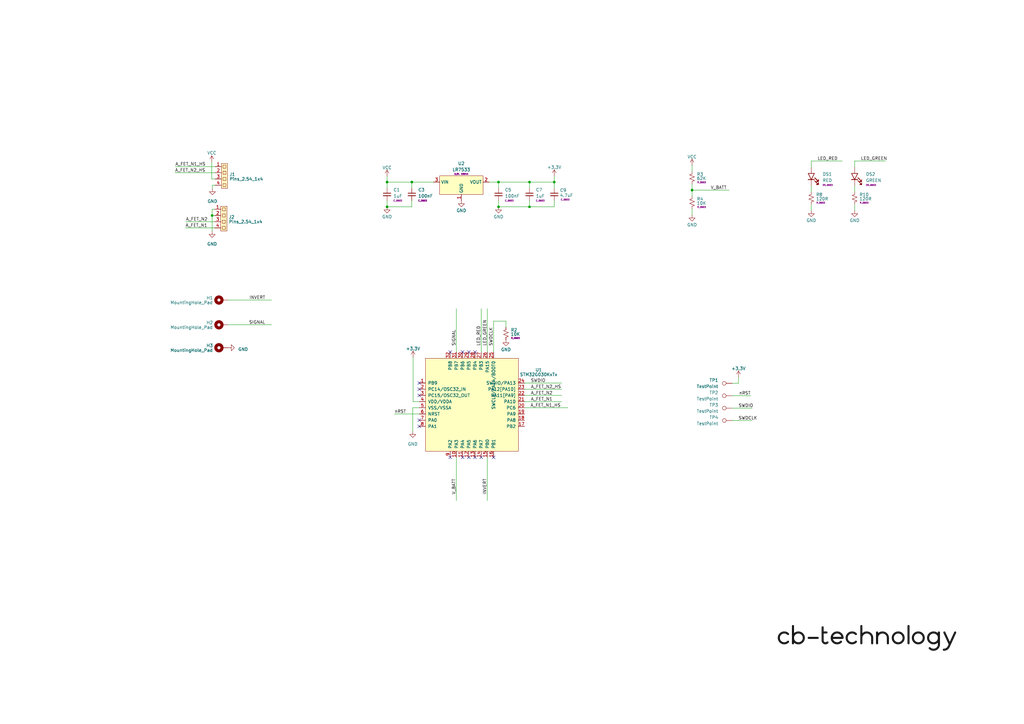
<source format=kicad_sch>
(kicad_sch (version 20230121) (generator eeschema)
  (paper "A3")
  (title_block (title "THE BRAWN - 20A LOGIC") (date "2023-05-29") (rev "v2.0") (company "CB-TECHNOLOGY"))
  (lib_symbols
    (symbol ".C_Capacitor:C_0603" (pin_numbers hide) (pin_names (offset 1.016))
      (property "Reference" "C" (at 3.175 1.905 0))
      (property "Value" "C_0603" (at 5.715 0 0))
      (property "Size" "C_0603" (at 4.445 -1.905 0))
      (symbol "C_0603_1_1"
        (polyline (pts (xy -1.524 -0.508) (xy 1.524 -0.508)) (stroke (width 0.3302)))
        (polyline (pts (xy -1.524 0.508) (xy 1.524 0.508)) (stroke (width 0.3048)))
        (pin passive line (at 0 2.54 270) (length 2.032) (name "~") (number "1"))
        (pin passive line (at 0 -2.54 90) (length 2.032) (name "~") (number "2"))
      )
    )
    (symbol ".DS_LED:DS_0603" (pin_numbers hide) (pin_names (offset 1.016) hide)
      (property "Reference" "DS" (at 0 2.54 0))
      (property "Value" "DS_0603" (at 0 -5.08 0))
      (property "Size" "DS_0603" (at 0 -3.81 0))
      (symbol "DS_0603_1_1"
        (polyline (pts (xy -1.27 -1.27) (xy -1.27 1.27)) (stroke (width 0.254)))
        (polyline (pts (xy -1.27 -1.27) (xy -1.27 1.27)) (stroke (width 0.254)))
        (polyline (pts (xy 1.27 -1.27) (xy 1.27 1.27) (xy -1.27 0) (xy 1.27 -1.27)) (stroke (width 0.254)))
        (polyline (pts (xy -1.778 -1.397) (xy -3.302 -2.921) (xy -2.54 -2.921) (xy -3.302 -2.921) (xy -3.302 -2.159)))
        (polyline (pts (xy -1.778 -1.397) (xy -3.302 -2.921) (xy -2.54 -2.921) (xy -3.302 -2.921) (xy -3.302 -2.159)))
        (polyline (pts (xy -1.778 -1.397) (xy -3.302 -2.921) (xy -2.54 -2.921) (xy -3.302 -2.921) (xy -3.302 -2.159)))
        (polyline (pts (xy -1.778 -1.397) (xy -3.302 -2.921) (xy -2.54 -2.921) (xy -3.302 -2.921) (xy -3.302 -2.159)))
        (polyline (pts (xy -1.778 -1.397) (xy -3.302 -2.921) (xy -2.54 -2.921) (xy -3.302 -2.921) (xy -3.302 -2.159)))
        (polyline (pts (xy -1.778 -1.397) (xy -3.302 -2.921) (xy -2.54 -2.921) (xy -3.302 -2.921) (xy -3.302 -2.159)))
        (polyline (pts (xy -1.778 -1.397) (xy -3.302 -2.921) (xy -2.54 -2.921) (xy -3.302 -2.921) (xy -3.302 -2.159)))
        (polyline (pts (xy -1.778 -1.397) (xy -3.302 -2.921) (xy -2.54 -2.921) (xy -3.302 -2.921) (xy -3.302 -2.159)))
        (polyline (pts (xy -0.508 -1.397) (xy -2.032 -2.921) (xy -1.27 -2.921) (xy -2.032 -2.921) (xy -2.032 -2.159)))
        (polyline (pts (xy -0.508 -1.397) (xy -2.032 -2.921) (xy -1.27 -2.921) (xy -2.032 -2.921) (xy -2.032 -2.159)))
        (polyline (pts (xy -0.508 -1.397) (xy -2.032 -2.921) (xy -1.27 -2.921) (xy -2.032 -2.921) (xy -2.032 -2.159)))
        (polyline (pts (xy -0.508 -1.397) (xy -2.032 -2.921) (xy -1.27 -2.921) (xy -2.032 -2.921) (xy -2.032 -2.159)))
        (polyline (pts (xy -0.508 -1.397) (xy -2.032 -2.921) (xy -1.27 -2.921) (xy -2.032 -2.921) (xy -2.032 -2.159)))
        (polyline (pts (xy -0.508 -1.397) (xy -2.032 -2.921) (xy -1.27 -2.921) (xy -2.032 -2.921) (xy -2.032 -2.159)))
        (polyline (pts (xy -0.508 -1.397) (xy -2.032 -2.921) (xy -1.27 -2.921) (xy -2.032 -2.921) (xy -2.032 -2.159)))
        (polyline (pts (xy -0.508 -1.397) (xy -2.032 -2.921) (xy -1.27 -2.921) (xy -2.032 -2.921) (xy -2.032 -2.159)))
        (pin passive line (at -3.81 0 0) (length 2.54) (name "K") (number "1"))
        (pin passive line (at 3.81 0 180) (length 2.54) (name "A") (number "2"))
      )
    )
    (symbol ".J_Connector:Pins_2.54_1x4" (pin_names hide)
      (property "Reference" "J" (at -1.27 11.43 0))
      (property "Value" "Pins_2.54_1x4" (at 0 -1.27 0))
      (symbol "Pins_2.54_1x4_0_1"
        (rectangle (start -1.27 10.16) (end 1.27 0) (stroke (width 0.1524)) (fill (type background)))
        (rectangle (start -0.635 1.905) (end 0.635 0.635) (stroke (width 0.1524)))
        (rectangle (start -0.635 4.445) (end 0.635 3.175) (stroke (width 0.1524)))
        (rectangle (start -0.635 6.985) (end 0.635 5.715) (stroke (width 0.1524)))
        (rectangle (start -0.635 9.525) (end 0.635 8.255) (stroke (width 0.1524)))
      )
      (symbol "Pins_2.54_1x4_1_1"
        (pin passive line (at -3.81 8.89 0) (length 2.54) (name "1") (number "1"))
        (pin passive line (at -3.81 6.35 0) (length 2.54) (name "2") (number "2"))
        (pin passive line (at -3.81 3.81 0) (length 2.54) (name "3") (number "3"))
        (pin passive line (at -3.81 1.27 0) (length 2.54) (name "4") (number "4"))
      )
    )
    (symbol ".R_Resistor:R_0603" (pin_numbers hide) (pin_names (offset 1.016))
      (property "Reference" "R" (at 2.54 1.905 0))
      (property "Value" "R_0603" (at 5.08 0 0))
      (property "Size" "R_0603" (at 3.81 -1.905 0))
      (symbol "R_0603_1_1"
        (polyline (pts (xy 0 0) (xy 1.016 -0.381) (xy 0 -0.762) (xy -1.016 -1.143) (xy 0 -1.524)))
        (polyline (pts (xy 0 1.524) (xy 1.016 1.143) (xy 0 0.762) (xy -1.016 0.381) (xy 0 0)))
        (pin passive line (at 0 2.54 270) (length 1.016) (name "~") (number "1"))
        (pin passive line (at 0 -2.54 90) (length 1.016) (name "~") (number "2"))
      )
    )
    (symbol ".U_MCU:STM32G030KxTx" (pin_names (offset 1.016))
      (property "Reference" "U" (at 1.27 39.37 0))
      (property "Value" "STM32G030KxTx" (at 18.395 19.05 0))
      (symbol "STM32G030KxTx_0_1"
        (rectangle (start 0 38.1) (end 38.1 0) (fill (type background)))
      )
      (symbol "STM32G030KxTx_1_1"
        (pin bidirectional line (at -2.54 27.94 0) (length 2.54) (name "PB9") (number "1"))
        (pin bidirectional line (at 12.7 -2.54 90) (length 2.54) (name "PA3") (number "10"))
        (pin bidirectional line (at 15.24 -2.54 90) (length 2.54) (name "PA4") (number "11"))
        (pin bidirectional line (at 17.78 -2.54 90) (length 2.54) (name "PA5") (number "12"))
        (pin bidirectional line (at 20.32 -2.54 90) (length 2.54) (name "PA6") (number "13"))
        (pin bidirectional line (at 22.86 -2.54 90) (length 2.54) (name "PA7") (number "14"))
        (pin bidirectional line (at 25.4 -2.54 90) (length 2.54) (name "PB0") (number "15"))
        (pin bidirectional line (at 27.94 -2.54 90) (length 2.54) (name "PB1") (number "16"))
        (pin bidirectional line (at 40.64 10.16 180) (length 2.54) (name "PB2") (number "17"))
        (pin bidirectional line (at 40.64 12.7 180) (length 2.54) (name "PA8") (number "18"))
        (pin bidirectional line (at 40.64 15.24 180) (length 2.54) (name "PA9") (number "19"))
        (pin bidirectional line (at -2.54 25.4 0) (length 2.54) (name "PC14/OSC32_IN") (number "2"))
        (pin bidirectional line (at 40.64 17.78 180) (length 2.54) (name "PC6") (number "20"))
        (pin bidirectional line (at 40.64 20.32 180) (length 2.54) (name "PA10") (number "21"))
        (pin bidirectional line (at 40.64 22.86 180) (length 2.54) (name "PA11[PA9]") (number "22"))
        (pin bidirectional line (at 40.64 25.4 180) (length 2.54) (name "PA12[PA10]") (number "23"))
        (pin bidirectional line (at 40.64 27.94 180) (length 2.54) (name "SWDIO/PA13") (number "24"))
        (pin bidirectional line (at 27.94 40.64 270) (length 2.54) (name "SWCLK/PA14/BOOT0") (number "25"))
        (pin bidirectional line (at 25.4 40.64 270) (length 2.54) (name "PA15") (number "26"))
        (pin bidirectional line (at 22.86 40.64 270) (length 2.54) (name "PB3") (number "27"))
        (pin bidirectional line (at 20.32 40.64 270) (length 2.54) (name "PB4") (number "28"))
        (pin bidirectional line (at 17.78 40.64 270) (length 2.54) (name "PB5") (number "29"))
        (pin bidirectional line (at -2.54 22.86 0) (length 2.54) (name "PC15/OSC32_OUT") (number "3"))
        (pin bidirectional line (at 15.24 40.64 270) (length 2.54) (name "PB6") (number "30"))
        (pin bidirectional line (at 12.7 40.64 270) (length 2.54) (name "PB7") (number "31"))
        (pin bidirectional line (at 10.16 40.64 270) (length 2.54) (name "PB8") (number "32"))
        (pin power_in line (at -2.54 20.32 0) (length 2.54) (name "VDD/VDDA") (number "4"))
        (pin power_in line (at -2.54 17.78 0) (length 2.54) (name "VSS/VSSA") (number "5"))
        (pin bidirectional line (at -2.54 15.24 0) (length 2.54) (name "NRST") (number "6"))
        (pin bidirectional line (at -2.54 12.7 0) (length 2.54) (name "PA0") (number "7"))
        (pin bidirectional line (at -2.54 10.16 0) (length 2.54) (name "PA1") (number "8"))
        (pin bidirectional line (at 10.16 -2.54 90) (length 2.54) (name "PA2") (number "9"))
      )
    )
    (symbol ".U_Power:LR7533"
      (property "Reference" "U" (at -7.62 8.89 0))
      (property "Value" "LR7533" (at 11.43 -1.27 0))
      (property "Params" "3.3V, 100mA" (at 6.35 -2.54 0))
      (symbol "LR7533_0_1"
        (rectangle (start -8.89 0) (end 8.89 7.62) (stroke (width 0.1524)) (fill (type background)))
      )
      (symbol "LR7533_1_1"
        (pin power_in line (at 0 -2.54 90) (length 2.54) (name "GND") (number "1"))
        (pin power_out line (at 11.43 5.08 180) (length 2.54) (name "VOUT") (number "2"))
        (pin power_in line (at -11.43 5.08 0) (length 2.54) (name "VIN") (number "3"))
      )
    )
    (symbol "Connector:TestPoint" (pin_numbers hide) (pin_names (offset 0.762) hide)
      (property "Reference" "TP" (at 0 6.858 0))
      (property "Value" "TestPoint" (at 0 5.08 0))
      (symbol "TestPoint_0_1"
        (circle (center 0 3.302) (radius 0.762))
      )
      (symbol "TestPoint_1_1"
        (pin passive line (at 0 0 90) (length 2.54) (name "1") (number "1"))
      )
    )
    (symbol "GND_1" (power) (pin_names (offset 0))
      (property "Value" "GND_1" (at 0 -3.81 0))
      (symbol "GND_1_0_1"
        (polyline (pts (xy 0 0) (xy 0 -1.27) (xy 1.27 -1.27) (xy 0 -2.54) (xy -1.27 -1.27) (xy 0 -1.27)))
      )
      (symbol "GND_1_1_1"
        (pin power_in line (at 0 0 270) (length 0) hide (name "GND") (number "1"))
      )
    )
    (symbol "Mechanical:MountingHole_Pad" (pin_numbers hide) (pin_names (offset 1.016) hide)
      (property "Reference" "H" (at 0 6.35 0))
      (property "Value" "MountingHole_Pad" (at 0 4.445 0))
      (symbol "MountingHole_Pad_0_1"
        (circle (center 0 1.27) (radius 1.27) (stroke (width 1.27)))
      )
      (symbol "MountingHole_Pad_1_1"
        (pin input line (at 0 -2.54 90) (length 2.54) (name "1") (number "1"))
      )
    )
    (symbol "power:+3.3V" (power) (pin_names (offset 0))
      (property "Value" "+3.3V" (at 0 3.556 0))
      (symbol "+3.3V_0_1"
        (polyline (pts (xy -0.762 1.27) (xy 0 2.54)))
        (polyline (pts (xy 0 0) (xy 0 2.54)))
        (polyline (pts (xy 0 2.54) (xy 0.762 1.27)))
      )
      (symbol "+3.3V_1_1"
        (pin power_in line (at 0 0 90) (length 0) hide (name "+3.3V") (number "1"))
      )
    )
    (symbol "power:GND" (power) (pin_names (offset 0))
      (property "Value" "GND" (at 0 -3.81 0))
      (symbol "GND_0_1"
        (polyline (pts (xy 0 0) (xy 0 -1.27) (xy 1.27 -1.27) (xy 0 -2.54) (xy -1.27 -1.27) (xy 0 -1.27)))
      )
      (symbol "GND_1_1"
        (pin power_in line (at 0 0 270) (length 0) hide (name "GND") (number "1"))
      )
    )
    (symbol "power:VCC" (power) (pin_names (offset 0))
      (property "Value" "VCC" (at 0 3.81 0))
      (symbol "VCC_0_1"
        (polyline (pts (xy -0.762 1.27) (xy 0 2.54)))
        (polyline (pts (xy 0 0) (xy 0 2.54)))
        (polyline (pts (xy 0 2.54) (xy 0.762 1.27)))
      )
      (symbol "VCC_1_1"
        (pin power_in line (at 0 0 90) (length 0) hide (name "VCC") (number "1"))
      )
    )
  )
  (junction (at 217.17 84.836))
  (junction (at 158.75 84.836))
  (junction (at 227.33 74.676))
  (junction (at 204.47 84.836))
  (junction (at 158.75 74.676))
  (junction (at 283.845 77.978))
  (junction (at 204.47 74.676))
  (junction (at 86.995 88.392))
  (junction (at 168.91 74.676))
  (junction (at 217.17 74.676))
  (no_connect (at 184.658 144.399))
  (no_connect (at 192.278 144.399))
  (no_connect (at 197.358 187.579))
  (no_connect (at 171.958 174.879))
  (no_connect (at 194.818 187.579))
  (no_connect (at 189.738 144.399))
  (no_connect (at 171.958 172.339))
  (no_connect (at 171.958 162.179))
  (no_connect (at 189.738 187.579))
  (no_connect (at 184.658 187.579))
  (no_connect (at 194.818 144.399))
  (no_connect (at 202.438 187.579))
  (no_connect (at 192.278 187.579))
  (no_connect (at 171.958 157.099))
  (no_connect (at 171.958 159.639))
  (wire (pts (xy 215.138 164.719) (xy 230.378 164.719)))
  (wire (pts (xy 169.418 146.558) (xy 169.418 164.719)))
  (wire (pts (xy 215.138 162.179) (xy 230.378 162.179)))
  (wire (pts (xy 217.17 82.296) (xy 217.17 84.836)))
  (wire (pts (xy 187.198 187.579) (xy 187.198 205.359)))
  (wire (pts (xy 302.895 172.4914) (xy 308.5846 172.4914)))
  (wire (pts (xy 71.755 70.866) (xy 88.265 70.866)))
  (wire (pts (xy 169.418 164.719) (xy 171.958 164.719)))
  (wire (pts (xy 88.011 88.392) (xy 86.995 88.392)))
  (wire (pts (xy 332.74 66.04) (xy 345.44 66.04)))
  (wire (pts (xy 202.438 131.699) (xy 202.438 144.399)))
  (wire (pts (xy 283.845 77.978) (xy 299.085 77.978)))
  (wire (pts (xy 350.52 66.04) (xy 363.22 66.04)))
  (wire (pts (xy 86.995 85.852) (xy 86.995 88.392)))
  (wire (pts (xy 207.518 131.699) (xy 202.438 131.699)))
  (wire (pts (xy 168.91 74.676) (xy 158.75 74.676)))
  (wire (pts (xy 283.845 77.978) (xy 283.845 80.518)))
  (wire (pts (xy 302.895 157.226) (xy 302.895 154.686)))
  (wire (pts (xy 86.868 66.421) (xy 86.868 73.406)))
  (wire (pts (xy 300.355 172.466) (xy 302.895 172.466)))
  (wire (pts (xy 217.17 84.836) (xy 204.47 84.836)))
  (wire (pts (xy 227.33 77.216) (xy 227.33 74.676)))
  (wire (pts (xy 332.74 86.36) (xy 332.74 83.82)))
  (wire (pts (xy 227.33 74.676) (xy 217.17 74.676)))
  (wire (pts (xy 332.74 66.04) (xy 332.74 68.58)))
  (wire (pts (xy 204.47 74.676) (xy 204.47 77.216)))
  (wire (pts (xy 168.91 74.676) (xy 168.91 77.216)))
  (wire (pts (xy 300.355 167.386) (xy 308.5338 167.386)))
  (wire (pts (xy 168.91 82.296) (xy 168.91 84.836)))
  (wire (pts (xy 227.33 72.136) (xy 227.33 74.676)))
  (wire (pts (xy 207.518 134.239) (xy 207.518 131.699)))
  (wire (pts (xy 332.74 78.74) (xy 332.74 76.2)))
  (wire (pts (xy 302.895 172.466) (xy 302.895 172.4914)))
  (wire (pts (xy 199.898 126.619) (xy 199.898 144.399)))
  (wire (pts (xy 158.75 82.296) (xy 158.75 84.836)))
  (wire (pts (xy 158.75 74.676) (xy 158.75 72.263)))
  (wire (pts (xy 86.868 73.406) (xy 88.265 73.406)))
  (wire (pts (xy 87.122 75.946) (xy 88.265 75.946)))
  (wire (pts (xy 283.845 67.818) (xy 283.845 70.358)))
  (wire (pts (xy 93.599 123.063) (xy 111.379 123.063)))
  (wire (pts (xy 76.073 93.472) (xy 88.011 93.472)))
  (wire (pts (xy 204.47 82.296) (xy 204.47 84.836)))
  (wire (pts (xy 217.17 77.216) (xy 217.17 74.676)))
  (wire (pts (xy 197.358 126.619) (xy 197.358 144.399)))
  (wire (pts (xy 93.599 133.223) (xy 111.379 133.223)))
  (wire (pts (xy 283.845 85.598) (xy 283.845 88.138)))
  (wire (pts (xy 76.2 90.932) (xy 88.011 90.932)))
  (wire (pts (xy 350.52 66.04) (xy 350.52 68.58)))
  (wire (pts (xy 177.8 74.676) (xy 168.91 74.676)))
  (wire (pts (xy 215.138 157.099) (xy 230.378 157.099)))
  (wire (pts (xy 300.355 162.306) (xy 307.9242 162.306)))
  (wire (pts (xy 283.845 75.438) (xy 283.845 77.978)))
  (wire (pts (xy 350.52 78.74) (xy 350.52 76.2)))
  (wire (pts (xy 71.882 68.326) (xy 88.265 68.326)))
  (wire (pts (xy 300.355 157.226) (xy 302.895 157.226)))
  (wire (pts (xy 86.995 88.392) (xy 86.995 94.869)))
  (wire (pts (xy 227.33 82.296) (xy 227.33 84.836)))
  (wire (pts (xy 158.75 84.836) (xy 168.91 84.836)))
  (wire (pts (xy 215.138 167.259) (xy 232.918 167.259)))
  (wire (pts (xy 217.17 74.676) (xy 204.47 74.676)))
  (wire (pts (xy 199.898 187.579) (xy 199.898 205.359)))
  (wire (pts (xy 227.33 84.836) (xy 217.17 84.836)))
  (wire (pts (xy 158.75 74.676) (xy 158.75 77.216)))
  (wire (pts (xy 169.291 167.259) (xy 169.291 176.911)))
  (wire (pts (xy 171.958 167.259) (xy 169.291 167.259)))
  (wire (pts (xy 200.66 74.676) (xy 204.47 74.676)))
  (wire (pts (xy 187.198 126.619) (xy 187.198 144.399)))
  (wire (pts (xy 215.138 159.639) (xy 230.378 159.639)))
  (wire (pts (xy 161.798 169.799) (xy 171.958 169.799)))
  (wire (pts (xy 87.122 75.946) (xy 87.122 77.343)))
  (wire (pts (xy 350.52 86.36) (xy 350.52 83.82)))
  (wire (pts (xy 88.011 85.852) (xy 86.995 85.852)))
  (image (at 355.6 261.62) (scale 0.288117))
  (label "INVERT" (at 199.898 202.819 90))
  (label "SWDCLK" (at 302.895 172.4914 0))
  (label "A_FET_N1" (at 76.073 93.472 0))
  (label "A_FET_N1_HS" (at 229.997 167.259 180))
  (label "A_FET_N2_HS" (at 217.678 159.639 0))
  (label "nRST" (at 161.798 169.799 0))
  (label "LED_RED" (at 197.358 141.859 90))
  (label "V_BATT" (at 187.198 202.819 90))
  (label "A_FET_N1_HS" (at 71.882 68.326 0))
  (label "A_FET_N2" (at 76.2 90.932 0))
  (label "INVERT" (at 108.839 123.063 180))
  (label "A_FET_N2_HS" (at 71.755 70.866 0))
  (label "LED_RED" (at 335.28 66.04 0))
  (label "SIGNAL" (at 108.839 133.223 180))
  (label "SIGNAL" (at 187.198 141.859 90))
  (label "A_FET_N1" (at 217.678 164.719 0))
  (label "V_BATT" (at 291.465 77.978 0))
  (label "SWDIO" (at 302.895 167.386 0))
  (label "A_FET_N2" (at 217.678 162.179 0))
  (label "LED_GREEN" (at 353.06 66.04 0))
  (label "nRST" (at 307.9242 162.306 180))
  (label "SWDIO" (at 217.678 157.099 0))
  (label "LED_GREEN" (at 199.898 141.859 90))
  (label "SWDCLK" (at 202.438 141.859 90))
  (symbol (lib_id "Mechanical:MountingHole_Pad") (at 91.059 123.063 90) (unit 1)
    (property "Reference" "H1" (at 86.0044 122.1699 90))
    (property "Value" "MountingHole_Pad" (at 78.5622 124.1068 90))
    (property "Footprint" "MountingHole:MountingHole_2.2mm_M2_Pad_TopBottom" (effects hide))
  )
  (symbol (lib_id ".U_MCU:STM32G030KxTx") (at 174.498 185.039 0) (unit 1)
    (property "Reference" "U1" (at 220.9244 151.7013 0))
    (property "Value" "STM32G030KxTx" (at 220.9244 153.6223 0))
    (property "Footprint" ".U_IC:LQFP32_08_7x7" (effects hide))
  )
  (symbol (lib_id ".R_Resistor:R_0603") (at 283.845 83.058 0) (mirror y) (unit 1)
    (property "Reference" "R4" (at 285.7754 81.6101 0) (effects (justify right)))
    (property "Value" "10K" (at 285.75 83.3373 0) (effects (justify right)))
    (property "Footprint" ".R_Resistor:R_0603" (effects hide))
    (property "Size" "R_0603" (at 285.9278 84.9376 0) (effects (font (size 0.635 0.635)) (justify right)))
  )
  (symbol (lib_id ".R_Resistor:R_0603") (at 332.74 81.28 0) (mirror y) (unit 1)
    (property "Reference" "R8" (at 334.6704 79.8321 0) (effects (justify right)))
    (property "Value" "120R" (at 334.645 81.5593 0) (effects (justify right)))
    (property "Footprint" ".R_Resistor:R_0603" (effects hide))
    (property "Size" "R_0603" (at 334.8228 83.1596 0) (effects (font (size 0.635 0.635)) (justify right)))
  )
  (symbol (lib_id ".J_Connector:Pins_2.54_1x4") (at 91.821 94.742 0) (unit 1)
    (property "Reference" "J2" (at 93.8022 89.0183 0) (effects (justify left)))
    (property "Value" "Pins_2.54_1x4" (at 93.8022 90.9393 0) (effects (justify left)))
    (property "Footprint" ".J_Connector:Pins-2.54-1x4" (effects hide))
  )
  (symbol (lib_id "Mechanical:MountingHole_Pad") (at 91.059 142.621 90) (unit 1)
    (property "Reference" "H3" (at 86.0044 141.7279 90))
    (property "Value" "MountingHole_Pad" (at 78.5622 143.6648 90))
    (property "Footprint" "MountingHole:MountingHole_2.2mm_M2_Pad_TopBottom" (effects hide))
  )
  (symbol (lib_id ".DS_LED:DS_0603") (at 332.74 72.39 90) (unit 1)
    (property "Reference" "DS1" (at 337.3374 71.4374 90) (effects (justify right)))
    (property "Value" "RED" (at 337.3374 73.9774 90) (effects (justify right)))
    (property "Footprint" ".DS_LED:DS_0603" (effects hide))
    (property "Size" "DS_0603" (at 337.3374 75.8825 90) (effects (font (size 0.635 0.635)) (justify right)))
  )
  (symbol (lib_id "power:GND") (at 189.23 82.296 0) (unit 1)
    (property "Reference" "#PWR010" (effects hide))
    (property "Value" "GND" (at 189.23 86.36 0))
  )
  (symbol (lib_id "power:VCC") (at 158.75 72.263 0) (unit 1)
    (property "Reference" "#PWR02" (effects hide))
    (property "Value" "VCC" (at 158.75 68.7611 0))
  )
  (symbol (lib_id "power:+3.3V") (at 302.895 154.686 0) (unit 1)
    (property "Reference" "#PWR01" (effects hide))
    (property "Value" "+3.3V" (at 302.895 151.13 0))
  )
  (symbol (lib_id ".R_Resistor:R_0603") (at 283.845 72.898 0) (mirror y) (unit 1)
    (property "Reference" "R3" (at 285.7754 71.4501 0) (effects (justify right)))
    (property "Value" "62K" (at 285.75 73.1773 0) (effects (justify right)))
    (property "Footprint" ".R_Resistor:R_0603" (effects hide))
    (property "Size" "R_0603" (at 285.9278 74.7776 0) (effects (font (size 0.635 0.635)) (justify right)))
  )
  (symbol (lib_name "GND_1") (lib_id "power:GND") (at 87.122 77.343 0) (unit 1)
    (property "Reference" "#PWR05" (effects hide))
    (property "Value" "GND" (at 87.122 82.55 0))
  )
  (symbol (lib_name "GND_1") (lib_id "power:GND") (at 93.599 142.621 90) (unit 1)
    (property "Reference" "#PWR07" (effects hide))
    (property "Value" "GND" (at 97.663 143.256 90) (effects (justify right)))
  )
  (symbol (lib_id ".C_Capacitor:C_0603") (at 217.17 79.756 0) (unit 1)
    (property "Reference" "C7" (at 219.7608 77.8572 0) (effects (justify left)))
    (property "Value" "1uF" (at 219.7608 80.3972 0) (effects (justify left)))
    (property "Footprint" ".C_Capacitor:C_0603" (effects hide))
    (property "Size" "C_0603" (at 219.7608 82.3023 0) (effects (font (size 0.635 0.635)) (justify left)))
  )
  (symbol (lib_id "power:GND") (at 207.518 139.319 0) (unit 1)
    (property "Reference" "#PWR012" (effects hide))
    (property "Value" "GND" (at 207.518 143.383 0))
  )
  (symbol (lib_id "power:GND") (at 283.845 88.138 0) (unit 1)
    (property "Reference" "#PWR016" (effects hide))
    (property "Value" "GND" (at 283.845 92.202 0))
  )
  (symbol (lib_id ".R_Resistor:R_0603") (at 350.52 81.28 0) (mirror y) (unit 1)
    (property "Reference" "R10" (at 352.4504 79.8321 0) (effects (justify right)))
    (property "Value" "120R" (at 352.425 81.5593 0) (effects (justify right)))
    (property "Footprint" ".R_Resistor:R_0603" (effects hide))
    (property "Size" "R_0603" (at 352.6028 83.1596 0) (effects (font (size 0.635 0.635)) (justify right)))
  )
  (symbol (lib_id ".R_Resistor:R_0603") (at 207.518 136.779 0) (mirror y) (unit 1)
    (property "Reference" "R2" (at 209.4484 135.3311 0) (effects (justify right)))
    (property "Value" "10K" (at 209.423 137.0583 0) (effects (justify right)))
    (property "Footprint" ".R_Resistor:R_0603" (effects hide))
    (property "Size" "R_0603" (at 209.6008 138.6586 0) (effects (font (size 0.635 0.635)) (justify right)))
  )
  (symbol (lib_name "GND_1") (lib_id "power:GND") (at 169.291 176.911 0) (unit 1)
    (property "Reference" "#PWR06" (effects hide))
    (property "Value" "GND" (at 169.291 182.118 0))
  )
  (symbol (lib_id "power:+3.3V") (at 227.33 72.136 0) (unit 1)
    (property "Reference" "#PWR013" (effects hide))
    (property "Value" "+3.3V" (at 227.33 68.58 0))
  )
  (symbol (lib_id ".U_Power:LR7533") (at 189.23 79.756 0) (unit 1)
    (property "Reference" "U2" (at 189.23 67.056 0))
    (property "Value" "LR7533" (at 189.23 69.596 0))
    (property "Footprint" ".U_IC:SOT23_3" (effects hide))
    (property "Datasheet" "https://datasheet.lcsc.com/lcsc/2005081104_LR-LR7533-T_C486069.pdf" (effects hide))
    (property "Params" "3.3V, 100mA" (at 189.1963 71.3275 0) (effects (font (size 0.6 0.6))))
  )
  (symbol (lib_id "Connector:TestPoint") (at 300.355 172.466 90) (mirror x) (unit 1)
    (property "Reference" "TP4" (at 294.6146 171.1959 90) (effects (justify left)))
    (property "Value" "TestPoint" (at 294.6146 173.7359 90) (effects (justify left)))
    (property "Footprint" "TestPoint:TestPoint_Pad_D1.5mm" (effects hide))
  )
  (symbol (lib_id "Connector:TestPoint") (at 300.355 162.306 90) (mirror x) (unit 1)
    (property "Reference" "TP2" (at 294.6146 161.0359 90) (effects (justify left)))
    (property "Value" "TestPoint" (at 294.6146 163.5759 90) (effects (justify left)))
    (property "Footprint" "TestPoint:TestPoint_Pad_D1.5mm" (effects hide))
  )
  (symbol (lib_id "Mechanical:MountingHole_Pad") (at 91.059 133.223 90) (unit 1)
    (property "Reference" "H2" (at 86.0044 132.3299 90))
    (property "Value" "MountingHole_Pad" (at 78.5622 134.2668 90))
    (property "Footprint" "MountingHole:MountingHole_2.2mm_M2_Pad_TopBottom" (effects hide))
  )
  (symbol (lib_id "power:VCC") (at 86.868 66.421 0) (unit 1)
    (property "Reference" "#PWR04" (effects hide))
    (property "Value" "VCC" (at 86.868 62.738 0))
  )
  (symbol (lib_id ".DS_LED:DS_0603") (at 350.52 72.39 90) (unit 1)
    (property "Reference" "DS2" (at 355.1174 71.4374 90) (effects (justify right)))
    (property "Value" "GREEN" (at 355.1174 73.9774 90) (effects (justify right)))
    (property "Footprint" ".DS_LED:DS_0603" (effects hide))
    (property "Size" "DS_0603" (at 355.1174 75.8825 90) (effects (font (size 0.635 0.635)) (justify right)))
  )
  (symbol (lib_id "power:GND") (at 158.75 84.836 0) (unit 1)
    (property "Reference" "#PWR011" (effects hide))
    (property "Value" "GND" (at 158.75 88.9 0))
  )
  (symbol (lib_id "power:GND") (at 332.74 86.36 0) (unit 1)
    (property "Reference" "#PWR020" (effects hide))
    (property "Value" "GND" (at 332.74 90.424 0))
  )
  (symbol (lib_name "GND_1") (lib_id "power:GND") (at 86.995 94.869 0) (unit 1)
    (property "Reference" "#PWR03" (effects hide))
    (property "Value" "GND" (at 86.995 100.076 0))
  )
  (symbol (lib_id ".C_Capacitor:C_0603") (at 168.91 79.756 0) (unit 1)
    (property "Reference" "C3" (at 171.5008 77.8572 0) (effects (justify left)))
    (property "Value" "100nF" (at 171.5008 80.3972 0) (effects (justify left)))
    (property "Footprint" ".C_Capacitor:C_0603" (effects hide))
    (property "Size" "C_0603" (at 171.5008 82.3023 0) (effects (font (size 0.635 0.635)) (justify left)))
  )
  (symbol (lib_id "Connector:TestPoint") (at 300.355 157.226 90) (mirror x) (unit 1)
    (property "Reference" "TP1" (at 294.6146 155.9559 90) (effects (justify left)))
    (property "Value" "TestPoint" (at 294.6146 158.4959 90) (effects (justify left)))
    (property "Footprint" "TestPoint:TestPoint_Pad_D1.5mm" (effects hide))
  )
  (symbol (lib_id ".C_Capacitor:C_0603") (at 204.47 79.756 0) (unit 1)
    (property "Reference" "C5" (at 207.0608 77.8572 0) (effects (justify left)))
    (property "Value" "100nF" (at 207.0608 80.3972 0) (effects (justify left)))
    (property "Footprint" ".C_Capacitor:C_0603" (effects hide))
    (property "Size" "C_0603" (at 207.0608 82.3023 0) (effects (font (size 0.635 0.635)) (justify left)))
  )
  (symbol (lib_id "Connector:TestPoint") (at 300.355 167.386 90) (mirror x) (unit 1)
    (property "Reference" "TP3" (at 294.6146 166.1159 90) (effects (justify left)))
    (property "Value" "TestPoint" (at 294.6146 168.6559 90) (effects (justify left)))
    (property "Footprint" "TestPoint:TestPoint_Pad_D1.5mm" (effects hide))
  )
  (symbol (lib_id ".C_Capacitor:C_0603") (at 158.75 79.756 0) (unit 1)
    (property "Reference" "C1" (at 161.3408 77.8572 0) (effects (justify left)))
    (property "Value" "1uF" (at 161.3408 80.3972 0) (effects (justify left)))
    (property "Footprint" ".C_Capacitor:C_0603" (effects hide))
    (property "Size" "C_0603" (at 161.3408 82.3023 0) (effects (font (size 0.635 0.635)) (justify left)))
  )
  (symbol (lib_id "power:+3.3V") (at 169.418 146.558 0) (unit 1)
    (property "Reference" "#PWR08" (effects hide))
    (property "Value" "+3.3V" (at 169.418 143.002 0))
  )
  (symbol (lib_id ".J_Connector:Pins_2.54_1x4") (at 92.075 77.216 0) (unit 1)
    (property "Reference" "J1" (at 94.0562 71.4923 0) (effects (justify left)))
    (property "Value" "Pins_2.54_1x4" (at 94.0562 73.4133 0) (effects (justify left)))
    (property "Footprint" ".J_Connector:Pins-2.54-1x4" (effects hide))
  )
  (symbol (lib_id "power:VCC") (at 283.845 67.818 0) (unit 1)
    (property "Reference" "#PWR015" (effects hide))
    (property "Value" "VCC" (at 283.845 64.3161 0))
  )
  (symbol (lib_id "power:GND") (at 204.47 84.836 0) (unit 1)
    (property "Reference" "#PWR09" (effects hide))
    (property "Value" "GND" (at 204.47 88.9 0))
  )
  (symbol (lib_id ".C_Capacitor:C_0603") (at 227.33 79.756 0) (unit 1)
    (property "Reference" "C9" (at 229.6341 78.0356 0) (effects (justify left)))
    (property "Value" "4.7uF" (at 229.5906 80.1432 0) (effects (justify left)))
    (property "Footprint" ".C_Capacitor:C_0603" (effects hide))
    (property "Size" "C_0603" (at 229.9598 81.8758 0) (effects (font (size 0.635 0.635)) (justify left)))
  )
  (symbol (lib_id "power:GND") (at 350.52 86.36 0) (unit 1)
    (property "Reference" "#PWR021" (effects hide))
    (property "Value" "GND" (at 350.52 90.424 0))
  )
)
</source>
